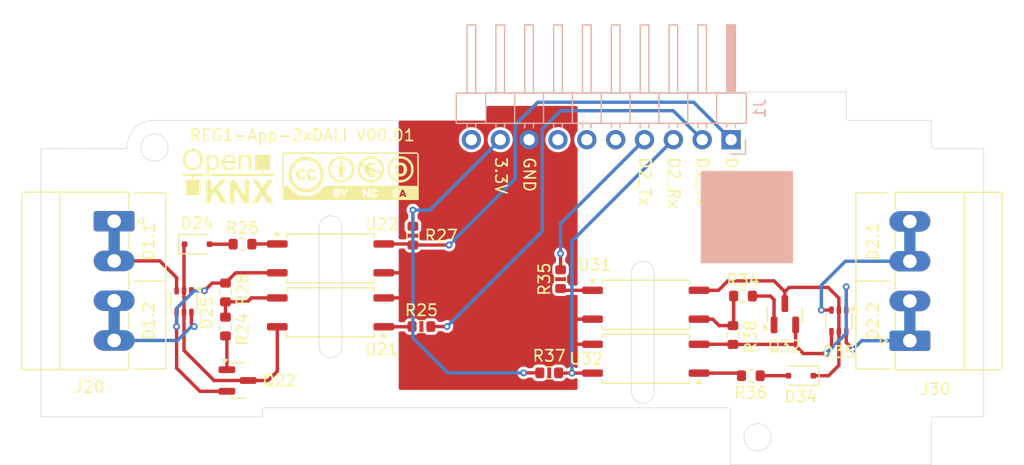
<source format=kicad_pcb>
(kicad_pcb (version 20240108) (generator "pcbnew") (generator_version "8.0")
  (title_block (date "2025-01-07") (rev "V00.01"))
  (layers (0 "F.Cu" signal) (31 "B.Cu" signal) (34 "B.Paste" user) (35 "F.Paste" user) (36 "B.SilkS" user "B.Silkscreen") (37 "F.SilkS" user "F.Silkscreen") (38 "B.Mask" user) (39 "F.Mask" user) (44 "Edge.Cuts" user))
  (net 0 "")
  (net 1 "Net-(D24-A)")
  (net 2 "Net-(D24-K)")
  (net 6 "Net-(D25A-A1)")
  (net 7 "Net-(D25A-K3A4)")
  (net 9 "Net-(D25B-K1A2)")
  (net 10 "/D1_TX")
  (net 11 "/D1_RX")
  (net 12 "Net-(Q22-B)")
  (net 13 "+3.3V")
  (net 14 "Net-(R24-Pad2)")
  (net 15 "Net-(R25-Pad1)")
  (net 16 "GND")
  (net 17 "Net-(R26-Pad2)")
  (net 18 "Net-(D34-K)")
  (net 19 "Net-(D34-A)")
  (net 20 "Net-(D35A-A1)")
  (net 21 "Net-(D35B-K1A2)")
  (net 22 "Net-(D35A-K3A4)")
  (net 23 "Net-(Q32-B)")
  (net 24 "Net-(R34-Pad2)")
  (net 25 "Net-(R35-Pad1)")
  (net 26 "/D2_TX")
  (net 27 "Net-(R36-Pad2)")
  (net 28 "/D2_RX")
  (footprint "Package_TO_SOT_SMD:SOT-363_SC-70-6" (layer "F.Cu") (at 82.6 108.55 -90)
    (property "Reference" "D25" (at 1 -2 -90) (layer "F.SilkS"))
    (property "Value" "BAV99S")
    (pad "1" smd roundrect (at -0.95 -0.65 270) (size 0.65 0.4) (layers "F.Cu" "F.Paste" "F.Mask") (net 6 "Net-(D25A-A1)"))
    (pad "2" smd roundrect (at -0.95 0 270) (size 0.65 0.4) (layers "F.Cu" "F.Paste" "F.Mask") (net 2 "Net-(D24-K)"))
    (pad "3" smd roundrect (at -0.95 0.65 270) (size 0.65 0.4) (layers "F.Cu" "F.Paste" "F.Mask") (net 9 "Net-(D25B-K1A2)"))
    (pad "4" smd roundrect (at 0.95 0.65 270) (size 0.65 0.4) (layers "F.Cu" "F.Paste" "F.Mask") (net 6 "Net-(D25A-A1)"))
    (pad "5" smd roundrect (at 0.95 0 270) (size 0.65 0.4) (layers "F.Cu" "F.Paste" "F.Mask") (net 2 "Net-(D24-K)"))
    (pad "6" smd roundrect (at 0.95 -0.65 270) (size 0.65 0.4) (layers "F.Cu" "F.Paste" "F.Mask") (net 7 "Net-(D25A-K3A4)"))
  )
  (footprint "Resistor_SMD:R_0603_1608Metric" (layer "F.Cu") (at 131.811 108.067 180)
    (property "Reference" "R34" (at 0 1.397 0) (layer "F.SilkS"))
    (property "Value" "120")
    (pad "1" smd roundrect (at -0.825 0 180) (size 0.8 0.95) (layers "F.Cu" "F.Paste" "F.Mask") (net 23 "Net-(Q32-B)"))
    (pad "2" smd roundrect (at 0.825 0 180) (size 0.8 0.95) (layers "F.Cu" "F.Paste" "F.Mask") (net 24 "Net-(R34-Pad2)"))
  )
  (footprint "Package_SO:SOP-4_7.5x4.1mm_P2.54mm" (layer "F.Cu") (at 95.5 109.5 180)
    (property "Reference" "U21" (at -4.5 -3.25 0) (layer "F.SilkS"))
    (property "Value" "TCLT1100")
    (pad "1" smd roundrect (at -4.6875 -1.27 180) (size 1.825 0.65) (layers "F.Cu" "F.Paste" "F.Mask") (net 15 "Net-(R25-Pad1)"))
    (pad "2" smd roundrect (at -4.6875 1.27 180) (size 1.825 0.65) (layers "F.Cu" "F.Paste" "F.Mask") (net 16 "GND"))
    (pad "3" smd roundrect (at 4.6875 1.27 180) (size 1.825 0.65) (layers "F.Cu" "F.Paste" "F.Mask") (net 14 "Net-(R24-Pad2)"))
    (pad "4" smd roundrect (at 4.6875 -1.27 180) (size 1.825 0.65) (layers "F.Cu" "F.Paste" "F.Mask") (net 2 "Net-(D24-K)"))
  )
  (footprint "Connector_Phoenix_MC:PhoenixContact_MC_1,5_4-G-3.5_1x04_P3.50mm_Horizontal" (layer "F.Cu") (at 146.5 112 90)
    (property "Reference" "J30" (at -4.25 2.25 180) (layer "F.SilkS"))
    (property "Value" "Dali")
    (pad "1" thru_hole roundrect (at 0 0 90) (size 1.8 3.6) (drill 1.2) (layers "*.Cu" "*.Mask") (roundrect_rratio 0.138889) (net 22 "Net-(D35A-K3A4)"))
    (pad "2" thru_hole oval (at 3.5 0 90) (size 1.8 3.6) (drill 1.2) (layers "*.Cu" "*.Mask") (net 22 "Net-(D35A-K3A4)"))
    (pad "3" thru_hole oval (at 7 0 90) (size 1.8 3.6) (drill 1.2) (layers "*.Cu" "*.Mask") (net 21 "Net-(D35B-K1A2)"))
    (pad "4" thru_hole oval (at 10.5 0 90) (size 1.8 3.6) (drill 1.2) (layers "*.Cu" "*.Mask") (net 21 "Net-(D35B-K1A2)"))
  )
  (footprint "Resistor_SMD:R_0603_1608Metric" (layer "F.Cu") (at 86.25 107.75 -90)
    (property "Reference" "R28" (at -0.25 -1.5 90) (layer "F.SilkS"))
    (property "Value" "1k")
    (pad "1" smd roundrect (at -0.825 0 270) (size 0.8 0.95) (layers "F.Cu" "F.Paste" "F.Mask") (net 6 "Net-(D25A-A1)"))
    (pad "2" smd roundrect (at 0.825 0 270) (size 0.8 0.95) (layers "F.Cu" "F.Paste" "F.Mask") (net 14 "Net-(R24-Pad2)"))
  )
  (footprint "OpenKNX:CC-BY-NY-SA_12x4" (layer "F.Cu") (at 97.25 97.5)
    (property "Reference" "G1")
    (property "Value" "LOGO" (hide yes))
  )
  (footprint "Package_SO:SOP-4_7.5x4.1mm_P2.54mm" (layer "F.Cu") (at 95.5 104.75)
    (property "Reference" "U22" (at 4.5 -3 0) (layer "F.SilkS"))
    (property "Value" "TCLT1100")
    (pad "1" smd roundrect (at -4.6875 -1.27) (size 1.825 0.65) (layers "F.Cu" "F.Paste" "F.Mask") (net 17 "Net-(R26-Pad2)"))
    (pad "2" smd roundrect (at -4.6875 1.27) (size 1.825 0.65) (layers "F.Cu" "F.Paste" "F.Mask") (net 6 "Net-(D25A-A1)"))
    (pad "3" smd roundrect (at 4.6875 1.27) (size 1.825 0.65) (layers "F.Cu" "F.Paste" "F.Mask") (net 16 "GND"))
    (pad "4" smd roundrect (at 4.6875 -1.27) (size 1.825 0.65) (layers "F.Cu" "F.Paste" "F.Mask") (net 11 "/D1_RX"))
  )
  (footprint "Resistor_SMD:R_0603_1608Metric" (layer "F.Cu") (at 87.75 103.5)
    (property "Reference" "R26" (at 0 -1.43 0) (layer "F.SilkS"))
    (property "Value" "2k2")
    (pad "1" smd roundrect (at -0.825 0) (size 0.8 0.95) (layers "F.Cu" "F.Paste" "F.Mask") (net 1 "Net-(D24-A)"))
    (pad "2" smd roundrect (at 0.825 0) (size 0.8 0.95) (layers "F.Cu" "F.Paste" "F.Mask") (net 17 "Net-(R26-Pad2)"))
  )
  (footprint "Diode_SMD:D_SOD-323F" (layer "F.Cu") (at 136.9 115.079 180)
    (property "Reference" "D34" (at 0 -1.85 0) (layer "F.SilkS"))
    (property "Value" "MM3Z51")
    (pad "1" smd roundrect (at -1.1 0 180) (size 0.5 0.5) (layers "F.Cu" "F.Paste" "F.Mask") (net 18 "Net-(D34-K)"))
    (pad "2" smd roundrect (at 1.1 0 180) (size 0.5 0.5) (layers "F.Cu" "F.Paste" "F.Mask") (net 19 "Net-(D34-A)"))
  )
  (footprint "Package_TO_SOT_SMD:SOT-363_SC-70-6" (layer "F.Cu") (at 140.25 110.25 -90)
    (property "Reference" "D35" (at 2.75 0 180) (layer "F.SilkS"))
    (property "Value" "BAV99S")
    (pad "1" smd roundrect (at -0.95 -0.65 270) (size 0.65 0.4) (layers "F.Cu" "F.Paste" "F.Mask") (net 20 "Net-(D35A-A1)"))
    (pad "2" smd roundrect (at -0.95 0 270) (size 0.65 0.4) (layers "F.Cu" "F.Paste" "F.Mask") (net 18 "Net-(D34-K)"))
    (pad "3" smd roundrect (at -0.95 0.65 270) (size 0.65 0.4) (layers "F.Cu" "F.Paste" "F.Mask") (net 21 "Net-(D35B-K1A2)"))
    (pad "4" smd roundrect (at 0.95 0.65 270) (size 0.65 0.4) (layers "F.Cu" "F.Paste" "F.Mask") (net 20 "Net-(D35A-A1)"))
    (pad "5" smd roundrect (at 0.95 0 270) (size 0.65 0.4) (layers "F.Cu" "F.Paste" "F.Mask") (net 18 "Net-(D34-K)"))
    (pad "6" smd roundrect (at 0.95 -0.65 270) (size 0.65 0.4) (layers "F.Cu" "F.Paste" "F.Mask") (net 22 "Net-(D35A-K3A4)"))
  )
  (footprint "Resistor_SMD:R_0603_1608Metric" (layer "F.Cu") (at 132.5 115.079 180)
    (property "Reference" "R36" (at 0 -1.5 0) (layer "F.SilkS"))
    (property "Value" "2k2")
    (pad "1" smd roundrect (at -0.825 0 180) (size 0.8 0.95) (layers "F.Cu" "F.Paste" "F.Mask") (net 19 "Net-(D34-A)"))
    (pad "2" smd roundrect (at 0.825 0 180) (size 0.8 0.95) (layers "F.Cu" "F.Paste" "F.Mask") (net 27 "Net-(R36-Pad2)"))
  )
  (footprint "Resistor_SMD:R_0603_1608Metric" (layer "F.Cu") (at 115.75 106.579 90)
    (property "Reference" "R35" (at 0 -1.43 90) (layer "F.SilkS"))
    (property "Value" "180")
    (pad "1" smd roundrect (at -0.825 0 90) (size 0.8 0.95) (layers "F.Cu" "F.Paste" "F.Mask") (net 25 "Net-(R35-Pad1)"))
    (pad "2" smd roundrect (at 0.825 0 90) (size 0.8 0.95) (layers "F.Cu" "F.Paste" "F.Mask") (net 26 "/D2_TX"))
  )
  (footprint "Package_TO_SOT_SMD:SOT-23" (layer "F.Cu") (at 135.494 109.6695 90)
    (property "Reference" "Q32" (at -2.8305 0.006 180) (layer "F.SilkS"))
    (property "Value" "MMBT2222A")
    (pad "1" smd roundrect (at -0.9375 -0.95 90) (size 1.475 0.6) (layers "F.Cu" "F.Paste" "F.Mask") (net 23 "Net-(Q32-B)"))
    (pad "2" smd roundrect (at -0.9375 0.95 90) (size 1.475 0.6) (layers "F.Cu" "F.Paste" "F.Mask") (net 20 "Net-(D35A-A1)"))
    (pad "3" smd roundrect (at 0.9375 0 90) (size 1.475 0.6) (layers "F.Cu" "F.Paste" "F.Mask") (net 18 "Net-(D34-K)"))
  )
  (footprint "Package_TO_SOT_SMD:SOT-23" (layer "F.Cu") (at 87.3125 115.5)
    (property "Reference" "Q22" (at 3.6875 0 0) (layer "F.SilkS"))
    (property "Value" "MMBT2222A")
    (pad "1" smd roundrect (at -0.9375 -0.95) (size 1.475 0.6) (layers "F.Cu" "F.Paste" "F.Mask") (net 12 "Net-(Q22-B)"))
    (pad "2" smd roundrect (at -0.9375 0.95) (size 1.475 0.6) (layers "F.Cu" "F.Paste" "F.Mask") (net 6 "Net-(D25A-A1)"))
    (pad "3" smd roundrect (at 0.9375 0) (size 1.475 0.6) (layers "F.Cu" "F.Paste" "F.Mask") (net 2 "Net-(D24-K)"))
  )
  (footprint "Resistor_SMD:R_0603_1608Metric" (layer "F.Cu") (at 114.75 114.829 180)
    (property "Reference" "R37" (at 0 1.5 0) (layer "F.SilkS"))
    (property "Value" "10k")
    (pad "1" smd roundrect (at -0.825 0 180) (size 0.8 0.95) (layers "F.Cu" "F.Paste" "F.Mask") (net 28 "/D2_RX"))
    (pad "2" smd roundrect (at 0.825 0 180) (size 0.8 0.95) (layers "F.Cu" "F.Paste" "F.Mask") (net 13 "+3.3V"))
  )
  (footprint "Resistor_SMD:R_0603_1608Metric" (layer "F.Cu") (at 86.25 110.75 90)
    (property "Reference" "R24" (at -0.25 1.5 -90) (layer "F.SilkS"))
    (property "Value" "120")
    (pad "1" smd roundrect (at -0.825 0 90) (size 0.8 0.95) (layers "F.Cu" "F.Paste" "F.Mask") (net 12 "Net-(Q22-B)"))
    (pad "2" smd roundrect (at 0.825 0 90) (size 0.8 0.95) (layers "F.Cu" "F.Paste" "F.Mask") (net 14 "Net-(R24-Pad2)"))
  )
  (footprint "Resistor_SMD:R_0603_1608Metric" (layer "F.Cu") (at 130.922 111.496 90)
    (property "Reference" "R38" (at -0.167 1.565 -90) (layer "F.SilkS"))
    (property "Value" "1k")
    (pad "1" smd roundrect (at -0.825 0 90) (size 0.8 0.95) (layers "F.Cu" "F.Paste" "F.Mask") (net 20 "Net-(D35A-A1)"))
    (pad "2" smd roundrect (at 0.825 0 90) (size 0.8 0.95) (layers "F.Cu" "F.Paste" "F.Mask") (net 24 "Net-(R34-Pad2)"))
  )
  (footprint "OpenKNX:OpenKNX_Logo_10x10" (layer "F.Cu") (at 86.5 97.5)
    (property "Reference" "G2")
    (property "Value" "LOGO" (hide yes))
  )
  (footprint "Package_SO:SOP-4_7.5x4.1mm_P2.54mm" (layer "F.Cu") (at 123.25 108.829)
    (property "Reference" "U31" (at -4.5 -3.5 0) (layer "F.SilkS"))
    (property "Value" "TCLT1100")
    (pad "1" smd roundrect (at -4.6875 -1.27) (size 1.825 0.65) (layers "F.Cu" "F.Paste" "F.Mask") (net 25 "Net-(R35-Pad1)"))
    (pad "2" smd roundrect (at -4.6875 1.27) (size 1.825 0.65) (layers "F.Cu" "F.Paste" "F.Mask") (net 16 "GND"))
    (pad "3" smd roundrect (at 4.6875 1.27) (size 1.825 0.65) (layers "F.Cu" "F.Paste" "F.Mask") (net 24 "Net-(R34-Pad2)"))
    (pad "4" smd roundrect (at 4.6875 -1.27) (size 1.825 0.65) (layers "F.Cu" "F.Paste" "F.Mask") (net 18 "Net-(D34-K)"))
  )
  (footprint "Package_SO:SOP-4_7.5x4.1mm_P2.54mm" (layer "F.Cu") (at 123.25 113.579 180)
    (property "Reference" "U32" (at 5.25 0 0) (layer "F.SilkS"))
    (property "Value" "TCLT1100")
    (pad "1" smd roundrect (at -4.6875 -1.27 180) (size 1.825 0.65) (layers "F.Cu" "F.Paste" "F.Mask") (net 27 "Net-(R36-Pad2)"))
    (pad "2" smd roundrect (at -4.6875 1.27 180) (size 1.825 0.65) (layers "F.Cu" "F.Paste" "F.Mask") (net 20 "Net-(D35A-A1)"))
    (pad "3" smd roundrect (at 4.6875 1.27 180) (size 1.825 0.65) (layers "F.Cu" "F.Paste" "F.Mask") (net 16 "GND"))
    (pad "4" smd roundrect (at 4.6875 -1.27 180) (size 1.825 0.65) (layers "F.Cu" "F.Paste" "F.Mask") (net 28 "/D2_RX"))
  )
  (footprint "Resistor_SMD:R_0603_1608Metric" (layer "F.Cu") (at 102.75 102.75 90)
    (property "Reference" "R27" (at 0 2.5 180) (layer "F.SilkS"))
    (property "Value" "10k")
    (pad "1" smd roundrect (at -0.825 0 90) (size 0.8 0.95) (layers "F.Cu" "F.Paste" "F.Mask") (net 11 "/D1_RX"))
    (pad "2" smd roundrect (at 0.825 0 90) (size 0.8 0.95) (layers "F.Cu" "F.Paste" "F.Mask") (net 13 "+3.3V"))
  )
  (footprint "Connector_Phoenix_MC:PhoenixContact_MC_1,5_4-G-3.5_1x04_P3.50mm_Horizontal" (layer "F.Cu") (at 76.4505 101.475 -90)
    (property "Reference" "J20" (at 14.593 2.1705 0) (layer "F.SilkS"))
    (property "Value" "Dali")
    (pad "1" thru_hole roundrect (at 0 0 270) (size 1.8 3.6) (drill 1.2) (layers "*.Cu" "*.Mask") (roundrect_rratio 0.1388888889) (net 9 "Net-(D25B-K1A2)"))
    (pad "2" thru_hole oval (at 3.5 0 270) (size 1.8 3.6) (drill 1.2) (layers "*.Cu" "*.Mask") (net 9 "Net-(D25B-K1A2)"))
    (pad "3" thru_hole oval (at 7 0 270) (size 1.8 3.6) (drill 1.2) (layers "*.Cu" "*.Mask") (net 7 "Net-(D25A-K3A4)"))
    (pad "4" thru_hole oval (at 10.5 0 270) (size 1.8 3.6) (drill 1.2) (layers "*.Cu" "*.Mask") (net 7 "Net-(D25A-K3A4)"))
  )
  (footprint "Resistor_SMD:R_0603_1608Metric" (layer "F.Cu") (at 103.5 110.75)
    (property "Reference" "R25" (at 0 -1.43 0) (layer "F.SilkS"))
    (property "Value" "180")
    (pad "1" smd roundrect (at -0.825 0) (size 0.8 0.95) (layers "F.Cu" "F.Paste" "F.Mask") (net 15 "Net-(R25-Pad1)"))
    (pad "2" smd roundrect (at 0.825 0) (size 0.8 0.95) (layers "F.Cu" "F.Paste" "F.Mask") (net 10 "/D1_TX"))
  )
  (footprint "Diode_SMD:D_SOD-323F" (layer "F.Cu") (at 83.75 103.5)
    (property "Reference" "D24" (at 0 -1.85 0) (layer "F.SilkS"))
    (property "Value" "MM3Z51")
    (pad "1" smd roundrect (at -1.1 0) (size 0.5 0.5) (layers "F.Cu" "F.Paste" "F.Mask") (net 2 "Net-(D24-K)"))
    (pad "2" smd roundrect (at 1.1 0) (size 0.5 0.5) (layers "F.Cu" "F.Paste" "F.Mask") (net 1 "Net-(D24-A)"))
  )
  (footprint "Connector_PinHeader_2.54mm:PinHeader_1x10_P2.54mm_Horizontal" (layer "B.Cu") (at 130.76 94.3 90)
    (property "Reference" "J1" (at 2.74 2.53 90) (layer "B.SilkS") (effects (justify mirror)))
    (property "Value" "REG1_App_Connector")
    (pad "1" thru_hole rect (at 0 0 90) (size 1.7 1.7) (drill 1) (layers "*.Cu" "*.Mask") (net 11 "/D1_RX"))
    (pad "2" thru_hole oval (at 0 -2.54 90) (size 1.7 1.7) (drill 1) (layers "*.Cu" "*.Mask") (net 10 "/D1_TX"))
    (pad "3" thru_hole oval (at 0 -5.08 90) (size 1.7 1.7) (drill 1) (layers "*.Cu" "*.Mask") (net 28 "/D2_RX"))
    (pad "4" thru_hole oval (at 0 -7.62 90) (size 1.7 1.7) (drill 1) (layers "*.Cu" "*.Mask") (net 26 "/D2_TX"))
    (pad "5" thru_hole oval (at 0 -10.16 90) (size 1.7 1.7) (drill 1) (layers "*.Cu" "*.Mask"))
    (pad "6" thru_hole oval (at 0 -12.7 90) (size 1.7 1.7) (drill 1) (layers "*.Cu" "*.Mask"))
    (pad "7" thru_hole oval (at 0 -15.24 90) (size 1.7 1.7) (drill 1) (layers "*.Cu" "*.Mask"))
    (pad "8" thru_hole oval (at 0 -17.78 90) (size 1.7 1.7) (drill 1) (layers "*.Cu" "*.Mask") (net 16 "GND"))
    (pad "9" thru_hole oval (at 0 -20.32 90) (size 1.7 1.7) (drill 1) (layers "*.Cu" "*.Mask") (net 13 "+3.3V"))
    (pad "10" thru_hole oval (at 0 -22.86 90) (size 1.7 1.7) (drill 1) (layers "*.Cu" "*.Mask"))
  )
  (gr_rect (start 128.15 97.12) (end 136.15 105.12) (stroke (width 0.12)) (fill solid) (layer "B.SilkS"))
  (gr_line (start 144.75 106.75) (end 141.75 106.75) (stroke (width 0.12)) (layer "F.SilkS"))
  (gr_line (start 141.75 99) (end 144.5 99) (stroke (width 0.12)) (layer "F.SilkS"))
  (gr_line (start 141.75 106.75) (end 141.75 114.5) (stroke (width 0.12)) (layer "F.SilkS"))
  (gr_line (start 81 99) (end 78.25 99) (stroke (width 0.12)) (layer "F.SilkS"))
  (gr_line (start 78.25 106.75) (end 81 106.75) (stroke (width 0.12)) (layer "F.SilkS"))
  (gr_line (start 141.75 114.5) (end 144.75 114.5) (stroke (width 0.12)) (layer "F.SilkS"))
  (gr_line (start 78.25 114.5) (end 81 114.5) (stroke (width 0.12)) (layer "F.SilkS"))
  (gr_line (start 141.75 106.75) (end 141.75 99) (stroke (width 0.12)) (layer "F.SilkS"))
  (gr_line (start 81 114.5) (end 81 99) (stroke (width 0.12)) (layer "F.SilkS"))
  (gr_line (start 124 106) (end 124 116.5) (stroke (width 0.05)) (layer "Edge.Cuts"))
  (gr_line (start 109 92.6) (end 79.9 92.6) (stroke (width 0.05)) (layer "Edge.Cuts"))
  (gr_line (start 122 116.5) (end 122 106) (stroke (width 0.05)) (layer "Edge.Cuts"))
  (gr_line (start 89.5 118.7) (end 89.5 118.1) (stroke (width 0.05)) (layer "Edge.Cuts"))
  (gr_line (start 130.7 122.9) (end 130.7 118.1) (stroke (width 0.05)) (layer "Edge.Cuts"))
  (gr_line (start 153 118.7) (end 148.6 118.7) (stroke (width 0.05)) (layer "Edge.Cuts"))
  (gr_line (start 130.5 117.9) (end 89.7 117.9) (stroke (width 0.05)) (layer "Edge.Cuts"))
  (gr_arc (start 89.5 118.1) (mid 89.558579 117.958579) (end 89.7 117.9) (stroke (width 0.05)) (layer "Edge.Cuts"))
  (gr_arc (start 148.4 118.9) (mid 148.458579 118.758579) (end 148.6 118.7) (stroke (width 0.05)) (layer "Edge.Cuts"))
  (gr_line (start 148.4 118.9) (end 148.4 122.9) (stroke (width 0.05)) (layer "Edge.Cuts"))
  (gr_line (start 109.2 90.1) (end 140.9 90.1) (stroke (width 0.05)) (layer "Edge.Cuts"))
  (gr_line (start 153 95.1) (end 153 118.7) (stroke (width 0.05)) (layer "Edge.Cuts"))
  (gr_arc (start 130.5 117.9) (mid 130.641421 117.958579) (end 130.7 118.1) (stroke (width 0.05)) (layer "Edge.Cuts"))
  (gr_line (start 94.5 112.5) (end 94.5 102) (stroke (width 0.05)) (layer "Edge.Cuts"))
  (gr_arc (start 94.5 102) (mid 95.5 101) (end 96.5 102) (stroke (width 0.05)) (layer "Edge.Cuts"))
  (gr_arc (start 109.2 92.4) (mid 109.141421 92.541421) (end 109 92.6) (stroke (width 0.05)) (layer "Edge.Cuts"))
  (gr_line (start 70 95.1) (end 70 118.7) (stroke (width 0.05)) (layer "Edge.Cuts"))
  (gr_arc (start 148.6 95.1) (mid 148.458579 95.041421) (end 148.4 94.9) (stroke (width 0.05)) (layer "Edge.Cuts"))
  (gr_line (start 96.5 102) (end 96.5 112.5) (stroke (width 0.05)) (layer "Edge.Cuts"))
  (gr_line (start 141.1 92.6) (end 148.4 92.6) (stroke (width 0.05)) (layer "Edge.Cuts"))
  (gr_line (start 148.4 122.9) (end 130.7 122.9) (stroke (width 0.05)) (layer "Edge.Cuts"))
  (gr_line (start 70 95.1) (end 77.4 95.091005) (stroke (width 0.05)) (layer "Edge.Cuts"))
  (gr_arc (start 77.591005 94.9) (mid 77.535061 95.035061) (end 77.4 95.091005) (stroke (width 0.05)) (layer "Edge.Cuts"))
  (gr_arc (start 77.6 94.9) (mid 78.273654 93.273654) (end 79.9 92.6) (stroke (width 0.05)) (layer "Edge.Cuts"))
  (gr_line (start 89.5 118.7) (end 70 118.7) (stroke (width 0.05)) (layer "Edge.Cuts"))
  (gr_line (start 140.9 90.1) (end 140.9 92.4) (stroke (width 0.05)) (layer "Edge.Cuts"))
  (gr_line (start 148.4 94.9) (end 148.4 92.6) (stroke (width 0.05)) (layer "Edge.Cuts"))
  (gr_circle (center 133.1 120.5) (end 133.1 121.7) (stroke (width 0.05)) (fill none) (layer "Edge.Cuts"))
  (gr_line (start 109.2 90.1) (end 109.2 92.4) (stroke (width 0.05)) (layer "Edge.Cuts"))
  (gr_line (start 153 95.1) (end 148.6 95.1) (stroke (width 0.05)) (layer "Edge.Cuts"))
  (gr_circle (center 80 95) (end 81.2 95) (stroke (width 0.05)) (fill none) (layer "Edge.Cuts"))
  (gr_arc (start 124 116.5) (mid 123 117.5) (end 122 116.5) (stroke (width 0.05)) (layer "Edge.Cuts"))
  (gr_arc (start 122 106) (mid 123 105) (end 124 106) (stroke (width 0.05)) (layer "Edge.Cuts"))
  (gr_arc (start 96.5 112.5) (mid 95.5 113.5) (end 94.5 112.5) (stroke (width 0.05)) (layer "Edge.Cuts"))
  (gr_arc (start 141.1 92.6) (mid 140.958579 92.541421) (end 140.9 92.4) (stroke (width 0.05)) (layer "Edge.Cuts"))
  (gr_text "D1.2" (at 79.5 110.25 90) (layer "F.SilkS") (effects (font (size 1 1))))
  (gr_text "D2.2" (at 143.25 110.25 90) (layer "F.SilkS") (effects (font (size 1 1))))
  (gr_text "D1_Tx" (at 128.255 95.748 270) (layer "F.SilkS") (effects (font (size 1 1)) (justify left)))
  (gr_text "D2.1" (at 143.25 103.25 90) (layer "F.SilkS") (effects (font (size 1 1))))
  (gr_text "D1.1" (at 79.5 103.25 90) (layer "F.SilkS") (effects (font (size 1 1))))
  (gr_text "D2_Tx" (at 123.175 95.748 270) (layer "F.SilkS") (effects (font (size 1 1)) (justify left)))
  (gr_text "D2_Rx" (at 125.715 95.748 270) (layer "F.SilkS") (effects (font (size 1 1)) (justify left)))
  (gr_text "GND" (at 113 95.75 -90) (layer "F.SilkS") (effects (font (size 1 1)) (justify left)))
  (gr_text "REG1-App-2xDALI V00.01" (at 83 94.5 0) (layer "F.SilkS") (effects (font (size 1 1)) (justify left bottom)))
  (gr_text "D1_Rx" (at 130.795 95.748 270) (layer "F.SilkS") (effects (font (size 1 1)) (justify left)))
  (gr_text "3.3V" (at 110.5 95.75 270) (layer "F.SilkS") (effects (font (size 1 1)) (justify left)))
  (segment (start 86.925 103.5) (end 84.85 103.5) (width 0.3) (layer "F.Cu") (net 1))
  (segment (start 90.8125 114.6875) (end 90 115.5) (width 0.3) (layer "F.Cu") (net 2))
  (segment (start 82.6 107.6) (end 82.6 109.5) (width 0.3) (layer "F.Cu") (net 2))
  (segment (start 82.6 109.5) (end 82.6 112.85) (width 0.3) (layer "F.Cu") (net 2))
  (segment (start 85.25 115.5) (end 82.75 113) (width 0.3) (layer "F.Cu") (net 2))
  (segment (start 82.6 103.55) (end 82.65 103.5) (width 0.3) (layer "F.Cu") (net 2))
  (segment (start 88.25 115.5) (end 85.25 115.5) (width 0.3) (layer "F.Cu") (net 2))
  (segment (start 82.6 112.85) (end 82.75 113) (width 0.3) (layer "F.Cu") (net 2))
  (segment (start 90.8125 110.77) (end 90.8125 114.6875) (width 0.3) (layer "F.Cu") (net 2))
  (segment (start 82.6 107.6) (end 82.6 103.55) (width 0.3) (layer "F.Cu") (net 2))
  (segment (start 90 115.5) (end 88.25 115.5) (width 0.3) (layer "F.Cu") (net 2))
  (segment (start 81.95 114.4) (end 82.025 114.475) (width 0.3) (layer "F.Cu") (net 6))
  (segment (start 85.075 106.925) (end 86.25 106.925) (width 0.3) (layer "F.Cu") (net 6))
  (segment (start 90.8125 106.02) (end 87.155 106.02) (width 0.3) (layer "F.Cu") (net 6))
  (segment (start 81.95 110.75) (end 81.95 114.4) (width 0.3) (layer "F.Cu") (net 6))
  (segment (start 84.4 107.6) (end 85.075 106.925) (width 0.3) (layer "F.Cu") (net 6))
  (segment (start 86.125 106.8) (end 86.25 106.925) (width 0.3) (layer "F.Cu") (net 6))
  (segment (start 83.25 107.6) (end 84.4 107.6) (width 0.3) (layer "F.Cu") (net 6))
  (segment (start 81.95 109.5) (end 81.95 110.75) (width 0.3) (layer "F.Cu") (net 6))
  (segment (start 84 116.45) (end 86.375 116.45) (width 0.3) (layer "F.Cu") (net 6))
  (segment (start 82.025 114.475) (end 84 116.45) (width 0.3) (layer "F.Cu") (net 6))
  (segment (start 87.155 106.02) (end 86.25 106.925) (width 0.3) (layer "F.Cu") (net 6))
  (via (at 84.4 107.6) (size 0.6) (drill 0.3) (layers "F.Cu" "B.Cu") (net 6))
  (via (at 81.95 110.75) (size 0.6) (drill 0.3) (layers "F.Cu" "B.Cu") (net 6))
  (segment (start 84.4 107.6) (end 83.5 107.6) (width 0.3) (layer "B.Cu") (net 6))
  (segment (start 81.95 110.75) (end 81.95 109.15) (width 0.3) (layer "B.Cu") (net 6))
  (segment (start 81.95 109.15) (end 83.5 107.6) (width 0.3) (layer "B.Cu") (net 6))
  (segment (start 83.25 109.5) (end 83.25 110.5) (width 0.3) (layer "F.Cu") (net 7))
  (segment (start 83.25 110.5) (end 83.5 110.75) (width 0.3) (layer "F.Cu") (net 7))
  (via (at 83.5 110.75) (size 0.6) (drill 0.3) (layers "F.Cu" "B.Cu") (net 7))
  (segment (start 83.25 110.75) (end 82.025 111.975) (width 0.3) (layer "B.Cu") (net 7))
  (segment (start 82.025 111.975) (end 76.4505 111.975) (width 0.3) (layer "B.Cu") (net 7))
  (segment (start 83.5 110.75) (end 83.25 110.75) (width 0.3) (layer "B.Cu") (net 7))
  (segment (start 76.4505 108.475) (end 76.4505 111.975) (width 1) (layer "B.Cu") (net 7))
  (segment (start 80.475 104.975) (end 76.4505 104.975) (width 0.3) (layer "F.Cu") (net 9))
  (segment (start 81.95 106.45) (end 80.475 104.975) (width 0.3) (layer "F.Cu") (net 9))
  (segment (start 81.95 107.6) (end 81.95 106.45) (width 0.3) (layer "F.Cu") (net 9))
  (segment (start 76.4505 101.475) (end 76.4505 104.975) (width 1) (layer "B.Cu") (net 9))
  (segment (start 104.325 110.75) (end 105.75 110.75) (width 0.3) (layer "F.Cu") (net 10))
  (via (at 105.75 110.75) (size 0.6) (drill 0.3) (layers "F.Cu" "B.Cu") (net 10))
  (segment (start 114.14 93.36) (end 114.14 102.36) (width 0.3) (layer "B.Cu") (net 10))
  (segment (start 128.22 94.3) (end 125.67 91.75) (width 0.3) (layer "B.Cu") (net 10))
  (segment (start 114.14 102.36) (end 105.75 110.75) (width 0.3) (layer "B.Cu") (net 10))
  (segment (start 115.75 91.75) (end 114.14 93.36) (width 0.3) (layer "B.Cu") (net 10))
  (segment (start 125.67 91.75) (end 115.75 91.75) (width 0.3) (layer "B.Cu") (net 10))
  (segment (start 102.75 103.575) (end 105.925 103.575) (width 0.3) (layer "F.Cu") (net 11))
  (segment (start 102.655 103.48) (end 102.75 103.575) (width 0.3) (layer "F.Cu") (net 11))
  (segment (start 100.1875 103.48) (end 102.655 103.48) (width 0.3) (layer "F.Cu") (net 11))
  (via (at 105.925 103.575) (size 0.6) (drill 0.3) (layers "F.Cu" "B.Cu") (net 11))
  (segment (start 105.925 103.575) (end 111.75 97.75) (width 0.3) (layer "B.Cu") (net 11))
  (segment (start 111.75 97.75) (end 111.75 97.25) (width 0.3) (layer "B.Cu") (net 11))
  (segment (start 130.76 94.3) (end 127.46 91) (width 0.3) (layer "B.Cu") (net 11))
  (segment (start 111.75 93) (end 111.75 97.25) (width 0.3) (layer "B.Cu") (net 11))
  (segment (start 127.46 91) (end 113.75 91) (width 0.3) (layer "B.Cu") (net 11))
  (segment (start 113.75 91) (end 111.75 93) (width 0.3) (layer "B.Cu") (net 11))
  (segment (start 86.375 111.7) (end 86.25 111.575) (width 0.3) (layer "F.Cu") (net 12))
  (segment (start 86.375 114.55) (end 86.375 111.7) (width 0.3) (layer "F.Cu") (net 12))
  (segment (start 113.925 114.829) (end 112.5 114.829) (width 0.3) (layer "F.Cu") (net 13))
  (segment (start 102.75 101.925) (end 102.75 100.5) (width 0.3) (layer "F.Cu") (net 13))
  (via (at 102.75 100.5) (size 0.6) (drill 0.3) (layers "F.Cu" "B.Cu") (net 13))
  (via (at 112.5 114.829) (size 0.6) (drill 0.3) (layers "F.Cu" "B.Cu") (net 13))
  (segment (start 112.5 114.829) (end 105.829 114.829) (width 0.3) (layer "B.Cu") (net 13))
  (segment (start 105.829 114.829) (end 102.75 111.75) (width 0.3) (layer "B.Cu") (net 13))
  (segment (start 110.44 94.3) (end 104.24 100.5) (width 0.3) (layer "B.Cu") (net 13))
  (segment (start 104.24 100.5) (end 102.75 100.5) (width 0.3) (layer "B.Cu") (net 13))
  (segment (start 102.75 111.75) (end 102.75 100.5) (width 0.3) (layer "B.Cu") (net 13))
  (segment (start 88.52 108.23) (end 88.175 108.575) (width 0.3) (layer "F.Cu") (net 14))
  (segment (start 90.8125 108.23) (end 88.52 108.23) (width 0.3) (layer "F.Cu") (net 14))
  (segment (start 88.175 108.575) (end 86.25 108.575) (width 0.3) (layer "F.Cu") (net 14))
  (segment (start 86.25 108.575) (end 86.25 109.925) (width 0.3) (layer "F.Cu") (net 14))
  (segment (start 100.1875 110.77) (end 102.655 110.77) (width 0.3) (layer "F.Cu") (net 15))
  (segment (start 102.655 110.77) (end 102.675 110.75) (width 0.3) (layer "F.Cu") (net 15))
  (segment (start 118.5625 112.309) (end 116.77 112.309) (width 0.3) (layer "F.Cu") (net 16))
  (segment (start 100.1875 108.23) (end 101.98 108.23) (width 0.3) (layer "F.Cu") (net 16))
  (segment (start 100.1875 106.02) (end 101.98 106.02) (width 0.3) (layer "F.Cu") (net 16))
  (segment (start 118.5625 110.099) (end 116.77 110.099) (width 0.3) (layer "F.Cu") (net 16))
  (segment (start 90.8125 103.48) (end 88.595 103.48) (width 0.3) (layer "F.Cu") (net 17))
  (segment (start 88.595 103.48) (end 88.575 103.5) (width 0.3) (layer "F.Cu") (net 17))
  (segment (start 127.9375 107.559) (end 129.652 107.559) (width 0.3) (layer "F.Cu") (net 18))
  (segment (start 140.25 109.3) (end 140.25 108.251) (width 0.3) (layer "F.Cu") (net 18))
  (segment (start 140.25 109.3) (end 140.25 111.2) (width 0.3) (layer "F.Cu") (net 18))
  (segment (start 139.334 115.079) (end 140.25 114.163) (width 0.3) (layer "F.Cu") (net 18))
  (segment (start 139.304 107.305) (end 135.875 107.305) (width 0.3) (layer "F.Cu") (net 18))
  (segment (start 138 115.079) (end 139.334 115.079) (width 0.3) (layer "F.Cu") (net 18))
  (segment (start 134.5415 106.7335) (end 130.4775 106.7335) (width 0.3) (layer "F.Cu") (net 18))
  (segment (start 140.25 111.2) (end 140.25 114.163) (width 0.3) (layer "F.Cu") (net 18))
  (segment (start 135.875 107.305) (end 135.494 107.686) (width 0.3) (layer "F.Cu") (net 18))
  (segment (start 129.652 107.559) (end 130.4775 106.7335) (width 0.3) (layer "F.Cu") (net 18))
  (segment (start 140.25 108.251) (end 139.304 107.305) (width 0.3) (layer "F.Cu") (net 18))
  (segment (start 135.494 107.686) (end 134.5415 106.7335) (width 0.3) (layer "F.Cu") (net 18))
  (segment (start 135.494 108.732) (end 135.494 107.686) (width 0.3) (layer "F.Cu") (net 18))
  (segment (start 133.325 115.079) (end 135.8 115.079) (width 0.3) (layer "F.Cu") (net 19))
  (segment (start 130.91 112.309) (end 130.922 112.321) (width 0.3) (layer "F.Cu") (net 20))
  (segment (start 136.444 110.607) (end 136.444 112.196) (width 0.3) (layer "F.Cu") (net 20))
  (segment (start 136.444 112.196) (end 136.444 112.446) (width 0.3) (layer "F.Cu") (net 20))
  (segment (start 140.9 107.25) (end 140.9 109.3) (width 0.3) (layer "F.Cu") (net 20))
  (segment (start 140.9 107.15) (end 140.9 107.25) (width 0.3) (layer "F.Cu") (net 20))
  (segment (start 136.444 112.196) (end 136.319 112.321) (width 0.3) (layer "F.Cu") (net 20))
  (segment (start 127.9375 112.309) (end 130.91 112.309) (width 0.3) (layer "F.Cu") (net 20))
  (segment (start 139.125 113.125) (end 139.6 112.65) (width 0.3) (layer "F.Cu") (net 20))
  (segment (start 139.6 112.65) (end 139.6 111.2) (width 0.3) (layer "F.Cu") (net 20))
  (segment (start 130.922 112.321) (end 136.319 112.321) (width 0.3) (layer "F.Cu") (net 20))
  (segment (start 136.444 112.446) (end 137.123 113.125) (width 0.3) (layer "F.Cu") (net 20))
  (segment (start 137.123 113.125) (end 139.125 113.125) (width 0.3) (layer "F.Cu") (net 20))
  (via (at 139.125 113.125) (size 0.6) (drill 0.3) (layers "F.Cu" "B.Cu") (net 20))
  (via (at 140.9 107.25) (size 0.6) (drill 0.3) (layers "F.Cu" "B.Cu") (net 20))
  (segment (start 140.9 111.35) (end 139.125 113.125) (width 0.3) (layer "B.Cu") (net 20))
  (segment (start 140.9 107.25) (end 140.9 111.35) (width 0.3) (layer "B.Cu") (net 20))
  (segment (start 139.6 109.3) (end 138.706 109.3) (width 0.3) (layer "F.Cu") (net 21))
  (via (at 138.706 109.3) (size 0.6) (drill 0.3) (layers "F.Cu" "B.Cu") (net 21))
  (segment (start 146.5 101.5) (end 146.5 105) (width 1) (layer "B.Cu") (net 21))
  (segment (start 140.828 105) (end 146.5 105) (width 0.3) (layer "B.Cu") (net 21))
  (segment (start 138.706 109.3) (end 138.706 107.122) (width 0.3) (layer "B.Cu") (net 21))
  (segment (start 138.706 107.122) (end 140.828 105) (width 0.3) (layer "B.Cu") (net 21))
  (segment (start 140.9 111.2) (end 140.9 112.15) (width 0.3) (layer "F.Cu") (net 22))
  (segment (start 140.9 112.15) (end 141.5 112.75) (width 0.3) (layer "F.Cu") (net 22))
  (via (at 141.5 112.75) (size 0.6) (drill 0.3) (layers "F.Cu" "B.Cu") (net 22))
  (segment (start 146.5 112) (end 142.25 112) (width 0.3) (layer "B.Cu") (net 22))
  (segment (start 146.5 108.5) (end 146.5 112) (width 1) (layer "B.Cu") (net 22))
  (segment (start 142.25 112) (end 141.5 112.75) (width 0.3) (layer "B.Cu") (net 22))
  (segment (start 134.224 108.067) (end 132.636 108.067) (width 0.3) (layer "F.Cu") (net 23))
  (segment (start 134.544 108.387) (end 134.224 108.067) (width 0.3) (layer "F.Cu") (net 23))
  (segment (start 134.544 110.607) (end 134.544 108.387) (width 0.3) (layer "F.Cu") (net 23))
  (segment (start 129.144 110.099) (end 129.716 110.671) (width 0.3) (layer "F.Cu") (net 24))
  (segment (start 130.986 108.067) (end 130.986 110.607) (width 0.3) (layer "F.Cu") (net 24))
  (segment (start 129.716 110.671) (end 130.922 110.671) (width 0.3) (layer "F.Cu") (net 24))
  (segment (start 130.986 110.607) (end 130.922 110.671) (width 0.3) (layer "F.Cu") (net 24))
  (segment (start 127.9375 110.099) (end 129.144 110.099) (width 0.3) (layer "F.Cu") (net 24))
  (segment (start 118.5625 107.559) (end 115.905 107.559) (width 0.3) (layer "F.Cu") (net 25))
  (segment (start 115.905 107.559) (end 115.75 107.404) (width 0.3) (layer "F.Cu") (net 25))
  (segment (start 115.75 105.754) (end 115.75 104.329) (width 0.3) (layer "F.Cu") (net 26))
  (via (at 115.75 104.329) (size 0.6) (drill 0.3) (layers "F.Cu" "B.Cu") (net 26))
  (segment (start 115.75 101.69) (end 115.75 104.329) (width 0.3) (layer "B.Cu") (net 26))
  (segment (start 115.75 101.69) (end 123.14 94.3) (width 0.3) (layer "B.Cu") (net 26))
  (segment (start 127.9375 114.849) (end 131.445 114.849) (width 0.3) (layer "F.Cu") (net 27))
  (segment (start 131.445 114.849) (end 131.675 115.079) (width 0.3) (layer "F.Cu") (net 27))
  (segment (start 115.595 114.849) (end 115.575 114.829) (width 0.3) (layer "F.Cu") (net 28))
  (segment (start 116.75 114.849) (end 115.595 114.849) (width 0.3) (layer "F.Cu") (net 28))
  (segment (start 118.5625 114.849) (end 116.75 114.849) (width 0.3) (layer "F.Cu") (net 28))
  (via (at 116.75 114.849) (size 0.6) (drill 0.3) (layers "F.Cu" "B.Cu") (net 28))
  (segment (start 116.75 103.23) (end 116.75 114.849) (width 0.3) (layer "B.Cu") (net 28))
  (segment (start 125.68 94.3) (end 116.75 103.23) (width 0.3) (layer "B.Cu") (net 28))
  (zone (net 16) (net_name "GND") (layer "F.Cu") (connect_pads yes (clearance 0.254)) (min_thickness 0.25) (fill yes (thermal_gap 0.5) (thermal_bridge_width 0.5))
    (polygon (pts (xy 101.5 91.329) (xy 101.5 116.329) (xy 117.25 116.329) (xy 117.25 91.329)))
  )
)
</source>
